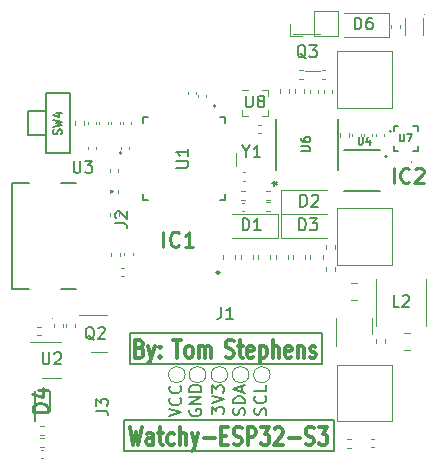
<source format=gbr>
%TF.GenerationSoftware,KiCad,Pcbnew,(6.99.0-1793-ga56955443f)*%
%TF.CreationDate,2022-12-11T18:47:06+00:00*%
%TF.ProjectId,Watchy-MrT-ESP32-S3-V1,57617463-6879-42d4-9d72-542d45535033,rev?*%
%TF.SameCoordinates,Original*%
%TF.FileFunction,Legend,Top*%
%TF.FilePolarity,Positive*%
%FSLAX46Y46*%
G04 Gerber Fmt 4.6, Leading zero omitted, Abs format (unit mm)*
G04 Created by KiCad (PCBNEW (6.99.0-1793-ga56955443f)) date 2022-12-11 18:47:06*
%MOMM*%
%LPD*%
G01*
G04 APERTURE LIST*
%ADD10C,0.200000*%
%ADD11C,0.300000*%
%ADD12C,0.150000*%
%ADD13C,0.254000*%
%ADD14C,0.127000*%
%ADD15C,0.100000*%
%ADD16C,0.250000*%
%ADD17C,0.120000*%
%ADD18C,0.152400*%
G04 APERTURE END LIST*
D10*
X118200000Y-82500000D02*
X134500000Y-82500000D01*
X134500000Y-82500000D02*
X134500000Y-85100000D01*
X134500000Y-85100000D02*
X118200000Y-85100000D01*
X118200000Y-85100000D02*
X118200000Y-82500000D01*
D11*
X119065715Y-83765357D02*
X119237143Y-83836785D01*
X119237143Y-83836785D02*
X119294286Y-83908214D01*
X119294286Y-83908214D02*
X119351429Y-84051071D01*
X119351429Y-84051071D02*
X119351429Y-84265357D01*
X119351429Y-84265357D02*
X119294286Y-84408214D01*
X119294286Y-84408214D02*
X119237143Y-84479642D01*
X119237143Y-84479642D02*
X119122858Y-84551071D01*
X119122858Y-84551071D02*
X118665715Y-84551071D01*
X118665715Y-84551071D02*
X118665715Y-83051071D01*
X118665715Y-83051071D02*
X119065715Y-83051071D01*
X119065715Y-83051071D02*
X119180001Y-83122500D01*
X119180001Y-83122500D02*
X119237143Y-83193928D01*
X119237143Y-83193928D02*
X119294286Y-83336785D01*
X119294286Y-83336785D02*
X119294286Y-83479642D01*
X119294286Y-83479642D02*
X119237143Y-83622500D01*
X119237143Y-83622500D02*
X119180001Y-83693928D01*
X119180001Y-83693928D02*
X119065715Y-83765357D01*
X119065715Y-83765357D02*
X118665715Y-83765357D01*
X119751429Y-83551071D02*
X120037143Y-84551071D01*
X120322858Y-83551071D02*
X120037143Y-84551071D01*
X120037143Y-84551071D02*
X119922858Y-84908214D01*
X119922858Y-84908214D02*
X119865715Y-84979642D01*
X119865715Y-84979642D02*
X119751429Y-85051071D01*
X120780001Y-84408214D02*
X120837144Y-84479642D01*
X120837144Y-84479642D02*
X120780001Y-84551071D01*
X120780001Y-84551071D02*
X120722858Y-84479642D01*
X120722858Y-84479642D02*
X120780001Y-84408214D01*
X120780001Y-84408214D02*
X120780001Y-84551071D01*
X120780001Y-83622500D02*
X120837144Y-83693928D01*
X120837144Y-83693928D02*
X120780001Y-83765357D01*
X120780001Y-83765357D02*
X120722858Y-83693928D01*
X120722858Y-83693928D02*
X120780001Y-83622500D01*
X120780001Y-83622500D02*
X120780001Y-83765357D01*
X121900001Y-83051071D02*
X122585716Y-83051071D01*
X122242858Y-84551071D02*
X122242858Y-83051071D01*
X123157144Y-84551071D02*
X123042859Y-84479642D01*
X123042859Y-84479642D02*
X122985716Y-84408214D01*
X122985716Y-84408214D02*
X122928573Y-84265357D01*
X122928573Y-84265357D02*
X122928573Y-83836785D01*
X122928573Y-83836785D02*
X122985716Y-83693928D01*
X122985716Y-83693928D02*
X123042859Y-83622500D01*
X123042859Y-83622500D02*
X123157144Y-83551071D01*
X123157144Y-83551071D02*
X123328573Y-83551071D01*
X123328573Y-83551071D02*
X123442859Y-83622500D01*
X123442859Y-83622500D02*
X123500002Y-83693928D01*
X123500002Y-83693928D02*
X123557144Y-83836785D01*
X123557144Y-83836785D02*
X123557144Y-84265357D01*
X123557144Y-84265357D02*
X123500002Y-84408214D01*
X123500002Y-84408214D02*
X123442859Y-84479642D01*
X123442859Y-84479642D02*
X123328573Y-84551071D01*
X123328573Y-84551071D02*
X123157144Y-84551071D01*
X124071430Y-84551071D02*
X124071430Y-83551071D01*
X124071430Y-83693928D02*
X124128573Y-83622500D01*
X124128573Y-83622500D02*
X124242858Y-83551071D01*
X124242858Y-83551071D02*
X124414287Y-83551071D01*
X124414287Y-83551071D02*
X124528573Y-83622500D01*
X124528573Y-83622500D02*
X124585716Y-83765357D01*
X124585716Y-83765357D02*
X124585716Y-84551071D01*
X124585716Y-83765357D02*
X124642858Y-83622500D01*
X124642858Y-83622500D02*
X124757144Y-83551071D01*
X124757144Y-83551071D02*
X124928573Y-83551071D01*
X124928573Y-83551071D02*
X125042858Y-83622500D01*
X125042858Y-83622500D02*
X125100001Y-83765357D01*
X125100001Y-83765357D02*
X125100001Y-84551071D01*
X126334287Y-84479642D02*
X126505716Y-84551071D01*
X126505716Y-84551071D02*
X126791430Y-84551071D01*
X126791430Y-84551071D02*
X126905716Y-84479642D01*
X126905716Y-84479642D02*
X126962858Y-84408214D01*
X126962858Y-84408214D02*
X127020001Y-84265357D01*
X127020001Y-84265357D02*
X127020001Y-84122500D01*
X127020001Y-84122500D02*
X126962858Y-83979642D01*
X126962858Y-83979642D02*
X126905716Y-83908214D01*
X126905716Y-83908214D02*
X126791430Y-83836785D01*
X126791430Y-83836785D02*
X126562858Y-83765357D01*
X126562858Y-83765357D02*
X126448573Y-83693928D01*
X126448573Y-83693928D02*
X126391430Y-83622500D01*
X126391430Y-83622500D02*
X126334287Y-83479642D01*
X126334287Y-83479642D02*
X126334287Y-83336785D01*
X126334287Y-83336785D02*
X126391430Y-83193928D01*
X126391430Y-83193928D02*
X126448573Y-83122500D01*
X126448573Y-83122500D02*
X126562858Y-83051071D01*
X126562858Y-83051071D02*
X126848573Y-83051071D01*
X126848573Y-83051071D02*
X127020001Y-83122500D01*
X127362858Y-83551071D02*
X127820001Y-83551071D01*
X127534287Y-83051071D02*
X127534287Y-84336785D01*
X127534287Y-84336785D02*
X127591430Y-84479642D01*
X127591430Y-84479642D02*
X127705715Y-84551071D01*
X127705715Y-84551071D02*
X127820001Y-84551071D01*
X128677144Y-84479642D02*
X128562858Y-84551071D01*
X128562858Y-84551071D02*
X128334287Y-84551071D01*
X128334287Y-84551071D02*
X128220001Y-84479642D01*
X128220001Y-84479642D02*
X128162858Y-84336785D01*
X128162858Y-84336785D02*
X128162858Y-83765357D01*
X128162858Y-83765357D02*
X128220001Y-83622500D01*
X128220001Y-83622500D02*
X128334287Y-83551071D01*
X128334287Y-83551071D02*
X128562858Y-83551071D01*
X128562858Y-83551071D02*
X128677144Y-83622500D01*
X128677144Y-83622500D02*
X128734287Y-83765357D01*
X128734287Y-83765357D02*
X128734287Y-83908214D01*
X128734287Y-83908214D02*
X128162858Y-84051071D01*
X129248572Y-83551071D02*
X129248572Y-85051071D01*
X129248572Y-83622500D02*
X129362858Y-83551071D01*
X129362858Y-83551071D02*
X129591429Y-83551071D01*
X129591429Y-83551071D02*
X129705715Y-83622500D01*
X129705715Y-83622500D02*
X129762858Y-83693928D01*
X129762858Y-83693928D02*
X129820000Y-83836785D01*
X129820000Y-83836785D02*
X129820000Y-84265357D01*
X129820000Y-84265357D02*
X129762858Y-84408214D01*
X129762858Y-84408214D02*
X129705715Y-84479642D01*
X129705715Y-84479642D02*
X129591429Y-84551071D01*
X129591429Y-84551071D02*
X129362858Y-84551071D01*
X129362858Y-84551071D02*
X129248572Y-84479642D01*
X130334286Y-84551071D02*
X130334286Y-83051071D01*
X130848572Y-84551071D02*
X130848572Y-83765357D01*
X130848572Y-83765357D02*
X130791429Y-83622500D01*
X130791429Y-83622500D02*
X130677143Y-83551071D01*
X130677143Y-83551071D02*
X130505714Y-83551071D01*
X130505714Y-83551071D02*
X130391429Y-83622500D01*
X130391429Y-83622500D02*
X130334286Y-83693928D01*
X131877143Y-84479642D02*
X131762857Y-84551071D01*
X131762857Y-84551071D02*
X131534286Y-84551071D01*
X131534286Y-84551071D02*
X131420000Y-84479642D01*
X131420000Y-84479642D02*
X131362857Y-84336785D01*
X131362857Y-84336785D02*
X131362857Y-83765357D01*
X131362857Y-83765357D02*
X131420000Y-83622500D01*
X131420000Y-83622500D02*
X131534286Y-83551071D01*
X131534286Y-83551071D02*
X131762857Y-83551071D01*
X131762857Y-83551071D02*
X131877143Y-83622500D01*
X131877143Y-83622500D02*
X131934286Y-83765357D01*
X131934286Y-83765357D02*
X131934286Y-83908214D01*
X131934286Y-83908214D02*
X131362857Y-84051071D01*
X132448571Y-83551071D02*
X132448571Y-84551071D01*
X132448571Y-83693928D02*
X132505714Y-83622500D01*
X132505714Y-83622500D02*
X132619999Y-83551071D01*
X132619999Y-83551071D02*
X132791428Y-83551071D01*
X132791428Y-83551071D02*
X132905714Y-83622500D01*
X132905714Y-83622500D02*
X132962857Y-83765357D01*
X132962857Y-83765357D02*
X132962857Y-84551071D01*
X133477142Y-84479642D02*
X133591428Y-84551071D01*
X133591428Y-84551071D02*
X133819999Y-84551071D01*
X133819999Y-84551071D02*
X133934285Y-84479642D01*
X133934285Y-84479642D02*
X133991428Y-84336785D01*
X133991428Y-84336785D02*
X133991428Y-84265357D01*
X133991428Y-84265357D02*
X133934285Y-84122500D01*
X133934285Y-84122500D02*
X133819999Y-84051071D01*
X133819999Y-84051071D02*
X133648571Y-84051071D01*
X133648571Y-84051071D02*
X133534285Y-83979642D01*
X133534285Y-83979642D02*
X133477142Y-83836785D01*
X133477142Y-83836785D02*
X133477142Y-83765357D01*
X133477142Y-83765357D02*
X133534285Y-83622500D01*
X133534285Y-83622500D02*
X133648571Y-83551071D01*
X133648571Y-83551071D02*
X133819999Y-83551071D01*
X133819999Y-83551071D02*
X133934285Y-83622500D01*
D10*
X117700000Y-89800000D02*
X135500000Y-89800000D01*
X135500000Y-89800000D02*
X135500000Y-92500000D01*
X135500000Y-92500000D02*
X117700000Y-92500000D01*
X117700000Y-92500000D02*
X117700000Y-89800000D01*
D11*
X118200001Y-90451071D02*
X118485715Y-91951071D01*
X118485715Y-91951071D02*
X118714287Y-90879642D01*
X118714287Y-90879642D02*
X118942858Y-91951071D01*
X118942858Y-91951071D02*
X119228573Y-90451071D01*
X120200002Y-91951071D02*
X120200002Y-91165357D01*
X120200002Y-91165357D02*
X120142859Y-91022500D01*
X120142859Y-91022500D02*
X120028573Y-90951071D01*
X120028573Y-90951071D02*
X119800002Y-90951071D01*
X119800002Y-90951071D02*
X119685716Y-91022500D01*
X120200002Y-91879642D02*
X120085716Y-91951071D01*
X120085716Y-91951071D02*
X119800002Y-91951071D01*
X119800002Y-91951071D02*
X119685716Y-91879642D01*
X119685716Y-91879642D02*
X119628573Y-91736785D01*
X119628573Y-91736785D02*
X119628573Y-91593928D01*
X119628573Y-91593928D02*
X119685716Y-91451071D01*
X119685716Y-91451071D02*
X119800002Y-91379642D01*
X119800002Y-91379642D02*
X120085716Y-91379642D01*
X120085716Y-91379642D02*
X120200002Y-91308214D01*
X120600001Y-90951071D02*
X121057144Y-90951071D01*
X120771430Y-90451071D02*
X120771430Y-91736785D01*
X120771430Y-91736785D02*
X120828573Y-91879642D01*
X120828573Y-91879642D02*
X120942858Y-91951071D01*
X120942858Y-91951071D02*
X121057144Y-91951071D01*
X121971430Y-91879642D02*
X121857144Y-91951071D01*
X121857144Y-91951071D02*
X121628572Y-91951071D01*
X121628572Y-91951071D02*
X121514287Y-91879642D01*
X121514287Y-91879642D02*
X121457144Y-91808214D01*
X121457144Y-91808214D02*
X121400001Y-91665357D01*
X121400001Y-91665357D02*
X121400001Y-91236785D01*
X121400001Y-91236785D02*
X121457144Y-91093928D01*
X121457144Y-91093928D02*
X121514287Y-91022500D01*
X121514287Y-91022500D02*
X121628572Y-90951071D01*
X121628572Y-90951071D02*
X121857144Y-90951071D01*
X121857144Y-90951071D02*
X121971430Y-91022500D01*
X122485715Y-91951071D02*
X122485715Y-90451071D01*
X123000001Y-91951071D02*
X123000001Y-91165357D01*
X123000001Y-91165357D02*
X122942858Y-91022500D01*
X122942858Y-91022500D02*
X122828572Y-90951071D01*
X122828572Y-90951071D02*
X122657143Y-90951071D01*
X122657143Y-90951071D02*
X122542858Y-91022500D01*
X122542858Y-91022500D02*
X122485715Y-91093928D01*
X123457143Y-90951071D02*
X123742857Y-91951071D01*
X124028572Y-90951071D02*
X123742857Y-91951071D01*
X123742857Y-91951071D02*
X123628572Y-92308214D01*
X123628572Y-92308214D02*
X123571429Y-92379642D01*
X123571429Y-92379642D02*
X123457143Y-92451071D01*
X124485715Y-91379642D02*
X125400001Y-91379642D01*
X125971429Y-91165357D02*
X126371429Y-91165357D01*
X126542857Y-91951071D02*
X125971429Y-91951071D01*
X125971429Y-91951071D02*
X125971429Y-90451071D01*
X125971429Y-90451071D02*
X126542857Y-90451071D01*
X127000000Y-91879642D02*
X127171429Y-91951071D01*
X127171429Y-91951071D02*
X127457143Y-91951071D01*
X127457143Y-91951071D02*
X127571429Y-91879642D01*
X127571429Y-91879642D02*
X127628571Y-91808214D01*
X127628571Y-91808214D02*
X127685714Y-91665357D01*
X127685714Y-91665357D02*
X127685714Y-91522500D01*
X127685714Y-91522500D02*
X127628571Y-91379642D01*
X127628571Y-91379642D02*
X127571429Y-91308214D01*
X127571429Y-91308214D02*
X127457143Y-91236785D01*
X127457143Y-91236785D02*
X127228571Y-91165357D01*
X127228571Y-91165357D02*
X127114286Y-91093928D01*
X127114286Y-91093928D02*
X127057143Y-91022500D01*
X127057143Y-91022500D02*
X127000000Y-90879642D01*
X127000000Y-90879642D02*
X127000000Y-90736785D01*
X127000000Y-90736785D02*
X127057143Y-90593928D01*
X127057143Y-90593928D02*
X127114286Y-90522500D01*
X127114286Y-90522500D02*
X127228571Y-90451071D01*
X127228571Y-90451071D02*
X127514286Y-90451071D01*
X127514286Y-90451071D02*
X127685714Y-90522500D01*
X128200000Y-91951071D02*
X128200000Y-90451071D01*
X128200000Y-90451071D02*
X128657143Y-90451071D01*
X128657143Y-90451071D02*
X128771428Y-90522500D01*
X128771428Y-90522500D02*
X128828571Y-90593928D01*
X128828571Y-90593928D02*
X128885714Y-90736785D01*
X128885714Y-90736785D02*
X128885714Y-90951071D01*
X128885714Y-90951071D02*
X128828571Y-91093928D01*
X128828571Y-91093928D02*
X128771428Y-91165357D01*
X128771428Y-91165357D02*
X128657143Y-91236785D01*
X128657143Y-91236785D02*
X128200000Y-91236785D01*
X129285714Y-90451071D02*
X130028571Y-90451071D01*
X130028571Y-90451071D02*
X129628571Y-91022500D01*
X129628571Y-91022500D02*
X129800000Y-91022500D01*
X129800000Y-91022500D02*
X129914286Y-91093928D01*
X129914286Y-91093928D02*
X129971428Y-91165357D01*
X129971428Y-91165357D02*
X130028571Y-91308214D01*
X130028571Y-91308214D02*
X130028571Y-91665357D01*
X130028571Y-91665357D02*
X129971428Y-91808214D01*
X129971428Y-91808214D02*
X129914286Y-91879642D01*
X129914286Y-91879642D02*
X129800000Y-91951071D01*
X129800000Y-91951071D02*
X129457143Y-91951071D01*
X129457143Y-91951071D02*
X129342857Y-91879642D01*
X129342857Y-91879642D02*
X129285714Y-91808214D01*
X130485714Y-90593928D02*
X130542857Y-90522500D01*
X130542857Y-90522500D02*
X130657143Y-90451071D01*
X130657143Y-90451071D02*
X130942857Y-90451071D01*
X130942857Y-90451071D02*
X131057143Y-90522500D01*
X131057143Y-90522500D02*
X131114285Y-90593928D01*
X131114285Y-90593928D02*
X131171428Y-90736785D01*
X131171428Y-90736785D02*
X131171428Y-90879642D01*
X131171428Y-90879642D02*
X131114285Y-91093928D01*
X131114285Y-91093928D02*
X130428571Y-91951071D01*
X130428571Y-91951071D02*
X131171428Y-91951071D01*
X131685714Y-91379642D02*
X132600000Y-91379642D01*
X133114285Y-91879642D02*
X133285714Y-91951071D01*
X133285714Y-91951071D02*
X133571428Y-91951071D01*
X133571428Y-91951071D02*
X133685714Y-91879642D01*
X133685714Y-91879642D02*
X133742856Y-91808214D01*
X133742856Y-91808214D02*
X133799999Y-91665357D01*
X133799999Y-91665357D02*
X133799999Y-91522500D01*
X133799999Y-91522500D02*
X133742856Y-91379642D01*
X133742856Y-91379642D02*
X133685714Y-91308214D01*
X133685714Y-91308214D02*
X133571428Y-91236785D01*
X133571428Y-91236785D02*
X133342856Y-91165357D01*
X133342856Y-91165357D02*
X133228571Y-91093928D01*
X133228571Y-91093928D02*
X133171428Y-91022500D01*
X133171428Y-91022500D02*
X133114285Y-90879642D01*
X133114285Y-90879642D02*
X133114285Y-90736785D01*
X133114285Y-90736785D02*
X133171428Y-90593928D01*
X133171428Y-90593928D02*
X133228571Y-90522500D01*
X133228571Y-90522500D02*
X133342856Y-90451071D01*
X133342856Y-90451071D02*
X133628571Y-90451071D01*
X133628571Y-90451071D02*
X133799999Y-90522500D01*
X134199999Y-90451071D02*
X134942856Y-90451071D01*
X134942856Y-90451071D02*
X134542856Y-91022500D01*
X134542856Y-91022500D02*
X134714285Y-91022500D01*
X134714285Y-91022500D02*
X134828571Y-91093928D01*
X134828571Y-91093928D02*
X134885713Y-91165357D01*
X134885713Y-91165357D02*
X134942856Y-91308214D01*
X134942856Y-91308214D02*
X134942856Y-91665357D01*
X134942856Y-91665357D02*
X134885713Y-91808214D01*
X134885713Y-91808214D02*
X134828571Y-91879642D01*
X134828571Y-91879642D02*
X134714285Y-91951071D01*
X134714285Y-91951071D02*
X134371428Y-91951071D01*
X134371428Y-91951071D02*
X134257142Y-91879642D01*
X134257142Y-91879642D02*
X134199999Y-91808214D01*
D12*
%TO.C,U3*%
X113463095Y-67902380D02*
X113463095Y-68711904D01*
X113463095Y-68711904D02*
X113510714Y-68807142D01*
X113510714Y-68807142D02*
X113558333Y-68854761D01*
X113558333Y-68854761D02*
X113653571Y-68902380D01*
X113653571Y-68902380D02*
X113844047Y-68902380D01*
X113844047Y-68902380D02*
X113939285Y-68854761D01*
X113939285Y-68854761D02*
X113986904Y-68807142D01*
X113986904Y-68807142D02*
X114034523Y-68711904D01*
X114034523Y-68711904D02*
X114034523Y-67902380D01*
X114415476Y-67902380D02*
X115034523Y-67902380D01*
X115034523Y-67902380D02*
X114701190Y-68283333D01*
X114701190Y-68283333D02*
X114844047Y-68283333D01*
X114844047Y-68283333D02*
X114939285Y-68330952D01*
X114939285Y-68330952D02*
X114986904Y-68378571D01*
X114986904Y-68378571D02*
X115034523Y-68473809D01*
X115034523Y-68473809D02*
X115034523Y-68711904D01*
X115034523Y-68711904D02*
X114986904Y-68807142D01*
X114986904Y-68807142D02*
X114939285Y-68854761D01*
X114939285Y-68854761D02*
X114844047Y-68902380D01*
X114844047Y-68902380D02*
X114558333Y-68902380D01*
X114558333Y-68902380D02*
X114463095Y-68854761D01*
X114463095Y-68854761D02*
X114415476Y-68807142D01*
%TO.C,U4*%
X137585060Y-65901500D02*
X137585060Y-66411436D01*
X137585060Y-66411436D02*
X137615056Y-66471429D01*
X137615056Y-66471429D02*
X137645052Y-66501425D01*
X137645052Y-66501425D02*
X137705045Y-66531421D01*
X137705045Y-66531421D02*
X137825030Y-66531421D01*
X137825030Y-66531421D02*
X137885022Y-66501425D01*
X137885022Y-66501425D02*
X137915018Y-66471429D01*
X137915018Y-66471429D02*
X137945015Y-66411436D01*
X137945015Y-66411436D02*
X137945015Y-65901500D01*
X138514943Y-66111474D02*
X138514943Y-66531421D01*
X138364962Y-65871504D02*
X138214980Y-66321448D01*
X138214980Y-66321448D02*
X138604932Y-66321448D01*
%TO.C,J2*%
X116992380Y-73178333D02*
X117706666Y-73178333D01*
X117706666Y-73178333D02*
X117849523Y-73225952D01*
X117849523Y-73225952D02*
X117944761Y-73321190D01*
X117944761Y-73321190D02*
X117992380Y-73464047D01*
X117992380Y-73464047D02*
X117992380Y-73559285D01*
X117087619Y-72749761D02*
X117040000Y-72702142D01*
X117040000Y-72702142D02*
X116992380Y-72606904D01*
X116992380Y-72606904D02*
X116992380Y-72368809D01*
X116992380Y-72368809D02*
X117040000Y-72273571D01*
X117040000Y-72273571D02*
X117087619Y-72225952D01*
X117087619Y-72225952D02*
X117182857Y-72178333D01*
X117182857Y-72178333D02*
X117278095Y-72178333D01*
X117278095Y-72178333D02*
X117420952Y-72225952D01*
X117420952Y-72225952D02*
X117992380Y-72797380D01*
X117992380Y-72797380D02*
X117992380Y-72178333D01*
D13*
%TO.C,IC2*%
X140560237Y-69766573D02*
X140560237Y-68496573D01*
X141890714Y-69645621D02*
X141830238Y-69706097D01*
X141830238Y-69706097D02*
X141648809Y-69766573D01*
X141648809Y-69766573D02*
X141527857Y-69766573D01*
X141527857Y-69766573D02*
X141346428Y-69706097D01*
X141346428Y-69706097D02*
X141225476Y-69585145D01*
X141225476Y-69585145D02*
X141164999Y-69464192D01*
X141164999Y-69464192D02*
X141104523Y-69222288D01*
X141104523Y-69222288D02*
X141104523Y-69040859D01*
X141104523Y-69040859D02*
X141164999Y-68798954D01*
X141164999Y-68798954D02*
X141225476Y-68678002D01*
X141225476Y-68678002D02*
X141346428Y-68557050D01*
X141346428Y-68557050D02*
X141527857Y-68496573D01*
X141527857Y-68496573D02*
X141648809Y-68496573D01*
X141648809Y-68496573D02*
X141830238Y-68557050D01*
X141830238Y-68557050D02*
X141890714Y-68617526D01*
X142374523Y-68617526D02*
X142434999Y-68557050D01*
X142434999Y-68557050D02*
X142555952Y-68496573D01*
X142555952Y-68496573D02*
X142858333Y-68496573D01*
X142858333Y-68496573D02*
X142979285Y-68557050D01*
X142979285Y-68557050D02*
X143039761Y-68617526D01*
X143039761Y-68617526D02*
X143100238Y-68738478D01*
X143100238Y-68738478D02*
X143100238Y-68859430D01*
X143100238Y-68859430D02*
X143039761Y-69040859D01*
X143039761Y-69040859D02*
X142314047Y-69766573D01*
X142314047Y-69766573D02*
X143100238Y-69766573D01*
%TO.C,IC1*%
X121060237Y-75166573D02*
X121060237Y-73896573D01*
X122390714Y-75045621D02*
X122330238Y-75106097D01*
X122330238Y-75106097D02*
X122148809Y-75166573D01*
X122148809Y-75166573D02*
X122027857Y-75166573D01*
X122027857Y-75166573D02*
X121846428Y-75106097D01*
X121846428Y-75106097D02*
X121725476Y-74985145D01*
X121725476Y-74985145D02*
X121664999Y-74864192D01*
X121664999Y-74864192D02*
X121604523Y-74622288D01*
X121604523Y-74622288D02*
X121604523Y-74440859D01*
X121604523Y-74440859D02*
X121664999Y-74198954D01*
X121664999Y-74198954D02*
X121725476Y-74078002D01*
X121725476Y-74078002D02*
X121846428Y-73957050D01*
X121846428Y-73957050D02*
X122027857Y-73896573D01*
X122027857Y-73896573D02*
X122148809Y-73896573D01*
X122148809Y-73896573D02*
X122330238Y-73957050D01*
X122330238Y-73957050D02*
X122390714Y-74017526D01*
X123600238Y-75166573D02*
X122874523Y-75166573D01*
X123237380Y-75166573D02*
X123237380Y-73896573D01*
X123237380Y-73896573D02*
X123116428Y-74078002D01*
X123116428Y-74078002D02*
X122995476Y-74198954D01*
X122995476Y-74198954D02*
X122874523Y-74259430D01*
%TO.C,D4*%
X111266573Y-89137381D02*
X109996573Y-89137381D01*
X109996573Y-89137381D02*
X109996573Y-88835000D01*
X109996573Y-88835000D02*
X110057050Y-88653571D01*
X110057050Y-88653571D02*
X110178002Y-88532619D01*
X110178002Y-88532619D02*
X110298954Y-88472142D01*
X110298954Y-88472142D02*
X110540859Y-88411666D01*
X110540859Y-88411666D02*
X110722288Y-88411666D01*
X110722288Y-88411666D02*
X110964192Y-88472142D01*
X110964192Y-88472142D02*
X111085145Y-88532619D01*
X111085145Y-88532619D02*
X111206097Y-88653571D01*
X111206097Y-88653571D02*
X111266573Y-88835000D01*
X111266573Y-88835000D02*
X111266573Y-89137381D01*
X110419907Y-87323095D02*
X111266573Y-87323095D01*
X109936097Y-87625476D02*
X110843240Y-87927857D01*
X110843240Y-87927857D02*
X110843240Y-87141666D01*
D12*
%TO.C,Q3*%
X133139761Y-59212619D02*
X133044523Y-59165000D01*
X133044523Y-59165000D02*
X132949285Y-59069761D01*
X132949285Y-59069761D02*
X132806428Y-58926904D01*
X132806428Y-58926904D02*
X132711190Y-58879285D01*
X132711190Y-58879285D02*
X132615952Y-58879285D01*
X132663571Y-59117380D02*
X132568333Y-59069761D01*
X132568333Y-59069761D02*
X132473095Y-58974523D01*
X132473095Y-58974523D02*
X132425476Y-58784047D01*
X132425476Y-58784047D02*
X132425476Y-58450714D01*
X132425476Y-58450714D02*
X132473095Y-58260238D01*
X132473095Y-58260238D02*
X132568333Y-58165000D01*
X132568333Y-58165000D02*
X132663571Y-58117380D01*
X132663571Y-58117380D02*
X132854047Y-58117380D01*
X132854047Y-58117380D02*
X132949285Y-58165000D01*
X132949285Y-58165000D02*
X133044523Y-58260238D01*
X133044523Y-58260238D02*
X133092142Y-58450714D01*
X133092142Y-58450714D02*
X133092142Y-58784047D01*
X133092142Y-58784047D02*
X133044523Y-58974523D01*
X133044523Y-58974523D02*
X132949285Y-59069761D01*
X132949285Y-59069761D02*
X132854047Y-59117380D01*
X132854047Y-59117380D02*
X132663571Y-59117380D01*
X133425476Y-58117380D02*
X134044523Y-58117380D01*
X134044523Y-58117380D02*
X133711190Y-58498333D01*
X133711190Y-58498333D02*
X133854047Y-58498333D01*
X133854047Y-58498333D02*
X133949285Y-58545952D01*
X133949285Y-58545952D02*
X133996904Y-58593571D01*
X133996904Y-58593571D02*
X134044523Y-58688809D01*
X134044523Y-58688809D02*
X134044523Y-58926904D01*
X134044523Y-58926904D02*
X133996904Y-59022142D01*
X133996904Y-59022142D02*
X133949285Y-59069761D01*
X133949285Y-59069761D02*
X133854047Y-59117380D01*
X133854047Y-59117380D02*
X133568333Y-59117380D01*
X133568333Y-59117380D02*
X133473095Y-59069761D01*
X133473095Y-59069761D02*
X133425476Y-59022142D01*
%TO.C,D6*%
X137261905Y-56767380D02*
X137261905Y-55767380D01*
X137261905Y-55767380D02*
X137500000Y-55767380D01*
X137500000Y-55767380D02*
X137642857Y-55815000D01*
X137642857Y-55815000D02*
X137738095Y-55910238D01*
X137738095Y-55910238D02*
X137785714Y-56005476D01*
X137785714Y-56005476D02*
X137833333Y-56195952D01*
X137833333Y-56195952D02*
X137833333Y-56338809D01*
X137833333Y-56338809D02*
X137785714Y-56529285D01*
X137785714Y-56529285D02*
X137738095Y-56624523D01*
X137738095Y-56624523D02*
X137642857Y-56719761D01*
X137642857Y-56719761D02*
X137500000Y-56767380D01*
X137500000Y-56767380D02*
X137261905Y-56767380D01*
X138690476Y-55767380D02*
X138500000Y-55767380D01*
X138500000Y-55767380D02*
X138404762Y-55815000D01*
X138404762Y-55815000D02*
X138357143Y-55862619D01*
X138357143Y-55862619D02*
X138261905Y-56005476D01*
X138261905Y-56005476D02*
X138214286Y-56195952D01*
X138214286Y-56195952D02*
X138214286Y-56576904D01*
X138214286Y-56576904D02*
X138261905Y-56672142D01*
X138261905Y-56672142D02*
X138309524Y-56719761D01*
X138309524Y-56719761D02*
X138404762Y-56767380D01*
X138404762Y-56767380D02*
X138595238Y-56767380D01*
X138595238Y-56767380D02*
X138690476Y-56719761D01*
X138690476Y-56719761D02*
X138738095Y-56672142D01*
X138738095Y-56672142D02*
X138785714Y-56576904D01*
X138785714Y-56576904D02*
X138785714Y-56338809D01*
X138785714Y-56338809D02*
X138738095Y-56243571D01*
X138738095Y-56243571D02*
X138690476Y-56195952D01*
X138690476Y-56195952D02*
X138595238Y-56148333D01*
X138595238Y-56148333D02*
X138404762Y-56148333D01*
X138404762Y-56148333D02*
X138309524Y-56195952D01*
X138309524Y-56195952D02*
X138261905Y-56243571D01*
X138261905Y-56243571D02*
X138214286Y-56338809D01*
%TO.C,J3*%
X115367380Y-89033333D02*
X116081666Y-89033333D01*
X116081666Y-89033333D02*
X116224523Y-89080952D01*
X116224523Y-89080952D02*
X116319761Y-89176190D01*
X116319761Y-89176190D02*
X116367380Y-89319047D01*
X116367380Y-89319047D02*
X116367380Y-89414285D01*
X115367380Y-88652380D02*
X115367380Y-88033333D01*
X115367380Y-88033333D02*
X115748333Y-88366666D01*
X115748333Y-88366666D02*
X115748333Y-88223809D01*
X115748333Y-88223809D02*
X115795952Y-88128571D01*
X115795952Y-88128571D02*
X115843571Y-88080952D01*
X115843571Y-88080952D02*
X115938809Y-88033333D01*
X115938809Y-88033333D02*
X116176904Y-88033333D01*
X116176904Y-88033333D02*
X116272142Y-88080952D01*
X116272142Y-88080952D02*
X116319761Y-88128571D01*
X116319761Y-88128571D02*
X116367380Y-88223809D01*
X116367380Y-88223809D02*
X116367380Y-88509523D01*
X116367380Y-88509523D02*
X116319761Y-88604761D01*
X116319761Y-88604761D02*
X116272142Y-88652380D01*
%TO.C,Q2*%
X115204761Y-83062619D02*
X115109523Y-83015000D01*
X115109523Y-83015000D02*
X115014285Y-82919761D01*
X115014285Y-82919761D02*
X114871428Y-82776904D01*
X114871428Y-82776904D02*
X114776190Y-82729285D01*
X114776190Y-82729285D02*
X114680952Y-82729285D01*
X114728571Y-82967380D02*
X114633333Y-82919761D01*
X114633333Y-82919761D02*
X114538095Y-82824523D01*
X114538095Y-82824523D02*
X114490476Y-82634047D01*
X114490476Y-82634047D02*
X114490476Y-82300714D01*
X114490476Y-82300714D02*
X114538095Y-82110238D01*
X114538095Y-82110238D02*
X114633333Y-82015000D01*
X114633333Y-82015000D02*
X114728571Y-81967380D01*
X114728571Y-81967380D02*
X114919047Y-81967380D01*
X114919047Y-81967380D02*
X115014285Y-82015000D01*
X115014285Y-82015000D02*
X115109523Y-82110238D01*
X115109523Y-82110238D02*
X115157142Y-82300714D01*
X115157142Y-82300714D02*
X115157142Y-82634047D01*
X115157142Y-82634047D02*
X115109523Y-82824523D01*
X115109523Y-82824523D02*
X115014285Y-82919761D01*
X115014285Y-82919761D02*
X114919047Y-82967380D01*
X114919047Y-82967380D02*
X114728571Y-82967380D01*
X115538095Y-82062619D02*
X115585714Y-82015000D01*
X115585714Y-82015000D02*
X115680952Y-81967380D01*
X115680952Y-81967380D02*
X115919047Y-81967380D01*
X115919047Y-81967380D02*
X116014285Y-82015000D01*
X116014285Y-82015000D02*
X116061904Y-82062619D01*
X116061904Y-82062619D02*
X116109523Y-82157857D01*
X116109523Y-82157857D02*
X116109523Y-82253095D01*
X116109523Y-82253095D02*
X116061904Y-82395952D01*
X116061904Y-82395952D02*
X115490476Y-82967380D01*
X115490476Y-82967380D02*
X116109523Y-82967380D01*
%TO.C,U6*%
X132701874Y-67099925D02*
X133339295Y-67099925D01*
X133339295Y-67099925D02*
X133414286Y-67062430D01*
X133414286Y-67062430D02*
X133451781Y-67024934D01*
X133451781Y-67024934D02*
X133489276Y-66949944D01*
X133489276Y-66949944D02*
X133489276Y-66799962D01*
X133489276Y-66799962D02*
X133451781Y-66724972D01*
X133451781Y-66724972D02*
X133414286Y-66687476D01*
X133414286Y-66687476D02*
X133339295Y-66649981D01*
X133339295Y-66649981D02*
X132701874Y-66649981D01*
X132701874Y-65937570D02*
X132701874Y-66087551D01*
X132701874Y-66087551D02*
X132739370Y-66162542D01*
X132739370Y-66162542D02*
X132776865Y-66200037D01*
X132776865Y-66200037D02*
X132889351Y-66275028D01*
X132889351Y-66275028D02*
X133039332Y-66312523D01*
X133039332Y-66312523D02*
X133339295Y-66312523D01*
X133339295Y-66312523D02*
X133414286Y-66275028D01*
X133414286Y-66275028D02*
X133451781Y-66237533D01*
X133451781Y-66237533D02*
X133489276Y-66162542D01*
X133489276Y-66162542D02*
X133489276Y-66012561D01*
X133489276Y-66012561D02*
X133451781Y-65937570D01*
X133451781Y-65937570D02*
X133414286Y-65900075D01*
X133414286Y-65900075D02*
X133339295Y-65862579D01*
X133339295Y-65862579D02*
X133151818Y-65862579D01*
X133151818Y-65862579D02*
X133076828Y-65900075D01*
X133076828Y-65900075D02*
X133039332Y-65937570D01*
X133039332Y-65937570D02*
X133001837Y-66012561D01*
X133001837Y-66012561D02*
X133001837Y-66162542D01*
X133001837Y-66162542D02*
X133039332Y-66237533D01*
X133039332Y-66237533D02*
X133076828Y-66275028D01*
X133076828Y-66275028D02*
X133151818Y-66312523D01*
X130255980Y-69801999D02*
X130494076Y-69801999D01*
X130398838Y-70040094D02*
X130494076Y-69801999D01*
X130494076Y-69801999D02*
X130398838Y-69563904D01*
X130684552Y-69944856D02*
X130494076Y-69801999D01*
X130494076Y-69801999D02*
X130684552Y-69659142D01*
%TO.C,U7*%
X141062380Y-65595123D02*
X141062380Y-66113219D01*
X141062380Y-66113219D02*
X141092857Y-66174171D01*
X141092857Y-66174171D02*
X141123333Y-66204647D01*
X141123333Y-66204647D02*
X141184285Y-66235123D01*
X141184285Y-66235123D02*
X141306190Y-66235123D01*
X141306190Y-66235123D02*
X141367142Y-66204647D01*
X141367142Y-66204647D02*
X141397619Y-66174171D01*
X141397619Y-66174171D02*
X141428095Y-66113219D01*
X141428095Y-66113219D02*
X141428095Y-65595123D01*
X141671904Y-65595123D02*
X142098571Y-65595123D01*
X142098571Y-65595123D02*
X141824285Y-66235123D01*
%TO.C,U8*%
X128038095Y-62367380D02*
X128038095Y-63176904D01*
X128038095Y-63176904D02*
X128085714Y-63272142D01*
X128085714Y-63272142D02*
X128133333Y-63319761D01*
X128133333Y-63319761D02*
X128228571Y-63367380D01*
X128228571Y-63367380D02*
X128419047Y-63367380D01*
X128419047Y-63367380D02*
X128514285Y-63319761D01*
X128514285Y-63319761D02*
X128561904Y-63272142D01*
X128561904Y-63272142D02*
X128609523Y-63176904D01*
X128609523Y-63176904D02*
X128609523Y-62367380D01*
X129228571Y-62795952D02*
X129133333Y-62748333D01*
X129133333Y-62748333D02*
X129085714Y-62700714D01*
X129085714Y-62700714D02*
X129038095Y-62605476D01*
X129038095Y-62605476D02*
X129038095Y-62557857D01*
X129038095Y-62557857D02*
X129085714Y-62462619D01*
X129085714Y-62462619D02*
X129133333Y-62415000D01*
X129133333Y-62415000D02*
X129228571Y-62367380D01*
X129228571Y-62367380D02*
X129419047Y-62367380D01*
X129419047Y-62367380D02*
X129514285Y-62415000D01*
X129514285Y-62415000D02*
X129561904Y-62462619D01*
X129561904Y-62462619D02*
X129609523Y-62557857D01*
X129609523Y-62557857D02*
X129609523Y-62605476D01*
X129609523Y-62605476D02*
X129561904Y-62700714D01*
X129561904Y-62700714D02*
X129514285Y-62748333D01*
X129514285Y-62748333D02*
X129419047Y-62795952D01*
X129419047Y-62795952D02*
X129228571Y-62795952D01*
X129228571Y-62795952D02*
X129133333Y-62843571D01*
X129133333Y-62843571D02*
X129085714Y-62891190D01*
X129085714Y-62891190D02*
X129038095Y-62986428D01*
X129038095Y-62986428D02*
X129038095Y-63176904D01*
X129038095Y-63176904D02*
X129085714Y-63272142D01*
X129085714Y-63272142D02*
X129133333Y-63319761D01*
X129133333Y-63319761D02*
X129228571Y-63367380D01*
X129228571Y-63367380D02*
X129419047Y-63367380D01*
X129419047Y-63367380D02*
X129514285Y-63319761D01*
X129514285Y-63319761D02*
X129561904Y-63272142D01*
X129561904Y-63272142D02*
X129609523Y-63176904D01*
X129609523Y-63176904D02*
X129609523Y-62986428D01*
X129609523Y-62986428D02*
X129561904Y-62891190D01*
X129561904Y-62891190D02*
X129514285Y-62843571D01*
X129514285Y-62843571D02*
X129419047Y-62795952D01*
%TO.C,J1*%
X125966666Y-80267380D02*
X125966666Y-80981666D01*
X125966666Y-80981666D02*
X125919047Y-81124523D01*
X125919047Y-81124523D02*
X125823809Y-81219761D01*
X125823809Y-81219761D02*
X125680952Y-81267380D01*
X125680952Y-81267380D02*
X125585714Y-81267380D01*
X126966666Y-81267380D02*
X126395238Y-81267380D01*
X126680952Y-81267380D02*
X126680952Y-80267380D01*
X126680952Y-80267380D02*
X126585714Y-80410238D01*
X126585714Y-80410238D02*
X126490476Y-80505476D01*
X126490476Y-80505476D02*
X126395238Y-80553095D01*
%TO.C,U2*%
X110838095Y-84117380D02*
X110838095Y-84926904D01*
X110838095Y-84926904D02*
X110885714Y-85022142D01*
X110885714Y-85022142D02*
X110933333Y-85069761D01*
X110933333Y-85069761D02*
X111028571Y-85117380D01*
X111028571Y-85117380D02*
X111219047Y-85117380D01*
X111219047Y-85117380D02*
X111314285Y-85069761D01*
X111314285Y-85069761D02*
X111361904Y-85022142D01*
X111361904Y-85022142D02*
X111409523Y-84926904D01*
X111409523Y-84926904D02*
X111409523Y-84117380D01*
X111838095Y-84212619D02*
X111885714Y-84165000D01*
X111885714Y-84165000D02*
X111980952Y-84117380D01*
X111980952Y-84117380D02*
X112219047Y-84117380D01*
X112219047Y-84117380D02*
X112314285Y-84165000D01*
X112314285Y-84165000D02*
X112361904Y-84212619D01*
X112361904Y-84212619D02*
X112409523Y-84307857D01*
X112409523Y-84307857D02*
X112409523Y-84403095D01*
X112409523Y-84403095D02*
X112361904Y-84545952D01*
X112361904Y-84545952D02*
X111790476Y-85117380D01*
X111790476Y-85117380D02*
X112409523Y-85117380D01*
%TO.C,U1*%
X122167380Y-68461904D02*
X122976904Y-68461904D01*
X122976904Y-68461904D02*
X123072142Y-68414285D01*
X123072142Y-68414285D02*
X123119761Y-68366666D01*
X123119761Y-68366666D02*
X123167380Y-68271428D01*
X123167380Y-68271428D02*
X123167380Y-68080952D01*
X123167380Y-68080952D02*
X123119761Y-67985714D01*
X123119761Y-67985714D02*
X123072142Y-67938095D01*
X123072142Y-67938095D02*
X122976904Y-67890476D01*
X122976904Y-67890476D02*
X122167380Y-67890476D01*
X123167380Y-66890476D02*
X123167380Y-67461904D01*
X123167380Y-67176190D02*
X122167380Y-67176190D01*
X122167380Y-67176190D02*
X122310238Y-67271428D01*
X122310238Y-67271428D02*
X122405476Y-67366666D01*
X122405476Y-67366666D02*
X122453095Y-67461904D01*
%TO.C,D2*%
X132661905Y-71767380D02*
X132661905Y-70767380D01*
X132661905Y-70767380D02*
X132900000Y-70767380D01*
X132900000Y-70767380D02*
X133042857Y-70815000D01*
X133042857Y-70815000D02*
X133138095Y-70910238D01*
X133138095Y-70910238D02*
X133185714Y-71005476D01*
X133185714Y-71005476D02*
X133233333Y-71195952D01*
X133233333Y-71195952D02*
X133233333Y-71338809D01*
X133233333Y-71338809D02*
X133185714Y-71529285D01*
X133185714Y-71529285D02*
X133138095Y-71624523D01*
X133138095Y-71624523D02*
X133042857Y-71719761D01*
X133042857Y-71719761D02*
X132900000Y-71767380D01*
X132900000Y-71767380D02*
X132661905Y-71767380D01*
X133614286Y-70862619D02*
X133661905Y-70815000D01*
X133661905Y-70815000D02*
X133757143Y-70767380D01*
X133757143Y-70767380D02*
X133995238Y-70767380D01*
X133995238Y-70767380D02*
X134090476Y-70815000D01*
X134090476Y-70815000D02*
X134138095Y-70862619D01*
X134138095Y-70862619D02*
X134185714Y-70957857D01*
X134185714Y-70957857D02*
X134185714Y-71053095D01*
X134185714Y-71053095D02*
X134138095Y-71195952D01*
X134138095Y-71195952D02*
X133566667Y-71767380D01*
X133566667Y-71767380D02*
X134185714Y-71767380D01*
%TO.C,GND*%
X123315000Y-88961904D02*
X123267380Y-89057142D01*
X123267380Y-89057142D02*
X123267380Y-89199999D01*
X123267380Y-89199999D02*
X123315000Y-89342856D01*
X123315000Y-89342856D02*
X123410238Y-89438094D01*
X123410238Y-89438094D02*
X123505476Y-89485713D01*
X123505476Y-89485713D02*
X123695952Y-89533332D01*
X123695952Y-89533332D02*
X123838809Y-89533332D01*
X123838809Y-89533332D02*
X124029285Y-89485713D01*
X124029285Y-89485713D02*
X124124523Y-89438094D01*
X124124523Y-89438094D02*
X124219761Y-89342856D01*
X124219761Y-89342856D02*
X124267380Y-89199999D01*
X124267380Y-89199999D02*
X124267380Y-89104761D01*
X124267380Y-89104761D02*
X124219761Y-88961904D01*
X124219761Y-88961904D02*
X124172142Y-88914285D01*
X124172142Y-88914285D02*
X123838809Y-88914285D01*
X123838809Y-88914285D02*
X123838809Y-89104761D01*
X124267380Y-88485713D02*
X123267380Y-88485713D01*
X123267380Y-88485713D02*
X124267380Y-87914285D01*
X124267380Y-87914285D02*
X123267380Y-87914285D01*
X124267380Y-87438094D02*
X123267380Y-87438094D01*
X123267380Y-87438094D02*
X123267380Y-87199999D01*
X123267380Y-87199999D02*
X123315000Y-87057142D01*
X123315000Y-87057142D02*
X123410238Y-86961904D01*
X123410238Y-86961904D02*
X123505476Y-86914285D01*
X123505476Y-86914285D02*
X123695952Y-86866666D01*
X123695952Y-86866666D02*
X123838809Y-86866666D01*
X123838809Y-86866666D02*
X124029285Y-86914285D01*
X124029285Y-86914285D02*
X124124523Y-86961904D01*
X124124523Y-86961904D02*
X124219761Y-87057142D01*
X124219761Y-87057142D02*
X124267380Y-87199999D01*
X124267380Y-87199999D02*
X124267380Y-87438094D01*
%TO.C,Y1*%
X128073809Y-67091190D02*
X128073809Y-67567380D01*
X127740476Y-66567380D02*
X128073809Y-67091190D01*
X128073809Y-67091190D02*
X128407142Y-66567380D01*
X129264285Y-67567380D02*
X128692857Y-67567380D01*
X128978571Y-67567380D02*
X128978571Y-66567380D01*
X128978571Y-66567380D02*
X128883333Y-66710238D01*
X128883333Y-66710238D02*
X128788095Y-66805476D01*
X128788095Y-66805476D02*
X128692857Y-66853095D01*
%TO.C,D1*%
X127761905Y-73767380D02*
X127761905Y-72767380D01*
X127761905Y-72767380D02*
X128000000Y-72767380D01*
X128000000Y-72767380D02*
X128142857Y-72815000D01*
X128142857Y-72815000D02*
X128238095Y-72910238D01*
X128238095Y-72910238D02*
X128285714Y-73005476D01*
X128285714Y-73005476D02*
X128333333Y-73195952D01*
X128333333Y-73195952D02*
X128333333Y-73338809D01*
X128333333Y-73338809D02*
X128285714Y-73529285D01*
X128285714Y-73529285D02*
X128238095Y-73624523D01*
X128238095Y-73624523D02*
X128142857Y-73719761D01*
X128142857Y-73719761D02*
X128000000Y-73767380D01*
X128000000Y-73767380D02*
X127761905Y-73767380D01*
X129285714Y-73767380D02*
X128714286Y-73767380D01*
X129000000Y-73767380D02*
X129000000Y-72767380D01*
X129000000Y-72767380D02*
X128904762Y-72910238D01*
X128904762Y-72910238D02*
X128809524Y-73005476D01*
X128809524Y-73005476D02*
X128714286Y-73053095D01*
%TO.C,VCC*%
X121567380Y-89533332D02*
X122567380Y-89199999D01*
X122567380Y-89199999D02*
X121567380Y-88866666D01*
X122472142Y-87961904D02*
X122519761Y-88009523D01*
X122519761Y-88009523D02*
X122567380Y-88152380D01*
X122567380Y-88152380D02*
X122567380Y-88247618D01*
X122567380Y-88247618D02*
X122519761Y-88390475D01*
X122519761Y-88390475D02*
X122424523Y-88485713D01*
X122424523Y-88485713D02*
X122329285Y-88533332D01*
X122329285Y-88533332D02*
X122138809Y-88580951D01*
X122138809Y-88580951D02*
X121995952Y-88580951D01*
X121995952Y-88580951D02*
X121805476Y-88533332D01*
X121805476Y-88533332D02*
X121710238Y-88485713D01*
X121710238Y-88485713D02*
X121615000Y-88390475D01*
X121615000Y-88390475D02*
X121567380Y-88247618D01*
X121567380Y-88247618D02*
X121567380Y-88152380D01*
X121567380Y-88152380D02*
X121615000Y-88009523D01*
X121615000Y-88009523D02*
X121662619Y-87961904D01*
X122472142Y-86961904D02*
X122519761Y-87009523D01*
X122519761Y-87009523D02*
X122567380Y-87152380D01*
X122567380Y-87152380D02*
X122567380Y-87247618D01*
X122567380Y-87247618D02*
X122519761Y-87390475D01*
X122519761Y-87390475D02*
X122424523Y-87485713D01*
X122424523Y-87485713D02*
X122329285Y-87533332D01*
X122329285Y-87533332D02*
X122138809Y-87580951D01*
X122138809Y-87580951D02*
X121995952Y-87580951D01*
X121995952Y-87580951D02*
X121805476Y-87533332D01*
X121805476Y-87533332D02*
X121710238Y-87485713D01*
X121710238Y-87485713D02*
X121615000Y-87390475D01*
X121615000Y-87390475D02*
X121567380Y-87247618D01*
X121567380Y-87247618D02*
X121567380Y-87152380D01*
X121567380Y-87152380D02*
X121615000Y-87009523D01*
X121615000Y-87009523D02*
X121662619Y-86961904D01*
%TO.C,SDA*%
X127919761Y-89414285D02*
X127967380Y-89271428D01*
X127967380Y-89271428D02*
X127967380Y-89033333D01*
X127967380Y-89033333D02*
X127919761Y-88938095D01*
X127919761Y-88938095D02*
X127872142Y-88890476D01*
X127872142Y-88890476D02*
X127776904Y-88842857D01*
X127776904Y-88842857D02*
X127681666Y-88842857D01*
X127681666Y-88842857D02*
X127586428Y-88890476D01*
X127586428Y-88890476D02*
X127538809Y-88938095D01*
X127538809Y-88938095D02*
X127491190Y-89033333D01*
X127491190Y-89033333D02*
X127443571Y-89223809D01*
X127443571Y-89223809D02*
X127395952Y-89319047D01*
X127395952Y-89319047D02*
X127348333Y-89366666D01*
X127348333Y-89366666D02*
X127253095Y-89414285D01*
X127253095Y-89414285D02*
X127157857Y-89414285D01*
X127157857Y-89414285D02*
X127062619Y-89366666D01*
X127062619Y-89366666D02*
X127015000Y-89319047D01*
X127015000Y-89319047D02*
X126967380Y-89223809D01*
X126967380Y-89223809D02*
X126967380Y-88985714D01*
X126967380Y-88985714D02*
X127015000Y-88842857D01*
X127967380Y-88414285D02*
X126967380Y-88414285D01*
X126967380Y-88414285D02*
X126967380Y-88176190D01*
X126967380Y-88176190D02*
X127015000Y-88033333D01*
X127015000Y-88033333D02*
X127110238Y-87938095D01*
X127110238Y-87938095D02*
X127205476Y-87890476D01*
X127205476Y-87890476D02*
X127395952Y-87842857D01*
X127395952Y-87842857D02*
X127538809Y-87842857D01*
X127538809Y-87842857D02*
X127729285Y-87890476D01*
X127729285Y-87890476D02*
X127824523Y-87938095D01*
X127824523Y-87938095D02*
X127919761Y-88033333D01*
X127919761Y-88033333D02*
X127967380Y-88176190D01*
X127967380Y-88176190D02*
X127967380Y-88414285D01*
X127681666Y-87461904D02*
X127681666Y-86985714D01*
X127967380Y-87557142D02*
X126967380Y-87223809D01*
X126967380Y-87223809D02*
X127967380Y-86890476D01*
%TO.C,3V3*%
X125167380Y-89338094D02*
X125167380Y-88719047D01*
X125167380Y-88719047D02*
X125548333Y-89052380D01*
X125548333Y-89052380D02*
X125548333Y-88909523D01*
X125548333Y-88909523D02*
X125595952Y-88814285D01*
X125595952Y-88814285D02*
X125643571Y-88766666D01*
X125643571Y-88766666D02*
X125738809Y-88719047D01*
X125738809Y-88719047D02*
X125976904Y-88719047D01*
X125976904Y-88719047D02*
X126072142Y-88766666D01*
X126072142Y-88766666D02*
X126119761Y-88814285D01*
X126119761Y-88814285D02*
X126167380Y-88909523D01*
X126167380Y-88909523D02*
X126167380Y-89195237D01*
X126167380Y-89195237D02*
X126119761Y-89290475D01*
X126119761Y-89290475D02*
X126072142Y-89338094D01*
X125167380Y-88433332D02*
X126167380Y-88099999D01*
X126167380Y-88099999D02*
X125167380Y-87766666D01*
X125167380Y-87528570D02*
X125167380Y-86909523D01*
X125167380Y-86909523D02*
X125548333Y-87242856D01*
X125548333Y-87242856D02*
X125548333Y-87099999D01*
X125548333Y-87099999D02*
X125595952Y-87004761D01*
X125595952Y-87004761D02*
X125643571Y-86957142D01*
X125643571Y-86957142D02*
X125738809Y-86909523D01*
X125738809Y-86909523D02*
X125976904Y-86909523D01*
X125976904Y-86909523D02*
X126072142Y-86957142D01*
X126072142Y-86957142D02*
X126119761Y-87004761D01*
X126119761Y-87004761D02*
X126167380Y-87099999D01*
X126167380Y-87099999D02*
X126167380Y-87385713D01*
X126167380Y-87385713D02*
X126119761Y-87480951D01*
X126119761Y-87480951D02*
X126072142Y-87528570D01*
%TO.C,SW4*%
X112423833Y-65633333D02*
X112457166Y-65533333D01*
X112457166Y-65533333D02*
X112457166Y-65366667D01*
X112457166Y-65366667D02*
X112423833Y-65300000D01*
X112423833Y-65300000D02*
X112390500Y-65266667D01*
X112390500Y-65266667D02*
X112323833Y-65233333D01*
X112323833Y-65233333D02*
X112257166Y-65233333D01*
X112257166Y-65233333D02*
X112190500Y-65266667D01*
X112190500Y-65266667D02*
X112157166Y-65300000D01*
X112157166Y-65300000D02*
X112123833Y-65366667D01*
X112123833Y-65366667D02*
X112090500Y-65500000D01*
X112090500Y-65500000D02*
X112057166Y-65566667D01*
X112057166Y-65566667D02*
X112023833Y-65600000D01*
X112023833Y-65600000D02*
X111957166Y-65633333D01*
X111957166Y-65633333D02*
X111890500Y-65633333D01*
X111890500Y-65633333D02*
X111823833Y-65600000D01*
X111823833Y-65600000D02*
X111790500Y-65566667D01*
X111790500Y-65566667D02*
X111757166Y-65500000D01*
X111757166Y-65500000D02*
X111757166Y-65333333D01*
X111757166Y-65333333D02*
X111790500Y-65233333D01*
X111757166Y-65000000D02*
X112457166Y-64833333D01*
X112457166Y-64833333D02*
X111957166Y-64700000D01*
X111957166Y-64700000D02*
X112457166Y-64566666D01*
X112457166Y-64566666D02*
X111757166Y-64400000D01*
X111990500Y-63833333D02*
X112457166Y-63833333D01*
X111723833Y-64000000D02*
X112223833Y-64166666D01*
X112223833Y-64166666D02*
X112223833Y-63733333D01*
%TO.C,D3*%
X132561905Y-73767380D02*
X132561905Y-72767380D01*
X132561905Y-72767380D02*
X132800000Y-72767380D01*
X132800000Y-72767380D02*
X132942857Y-72815000D01*
X132942857Y-72815000D02*
X133038095Y-72910238D01*
X133038095Y-72910238D02*
X133085714Y-73005476D01*
X133085714Y-73005476D02*
X133133333Y-73195952D01*
X133133333Y-73195952D02*
X133133333Y-73338809D01*
X133133333Y-73338809D02*
X133085714Y-73529285D01*
X133085714Y-73529285D02*
X133038095Y-73624523D01*
X133038095Y-73624523D02*
X132942857Y-73719761D01*
X132942857Y-73719761D02*
X132800000Y-73767380D01*
X132800000Y-73767380D02*
X132561905Y-73767380D01*
X133466667Y-72767380D02*
X134085714Y-72767380D01*
X134085714Y-72767380D02*
X133752381Y-73148333D01*
X133752381Y-73148333D02*
X133895238Y-73148333D01*
X133895238Y-73148333D02*
X133990476Y-73195952D01*
X133990476Y-73195952D02*
X134038095Y-73243571D01*
X134038095Y-73243571D02*
X134085714Y-73338809D01*
X134085714Y-73338809D02*
X134085714Y-73576904D01*
X134085714Y-73576904D02*
X134038095Y-73672142D01*
X134038095Y-73672142D02*
X133990476Y-73719761D01*
X133990476Y-73719761D02*
X133895238Y-73767380D01*
X133895238Y-73767380D02*
X133609524Y-73767380D01*
X133609524Y-73767380D02*
X133514286Y-73719761D01*
X133514286Y-73719761D02*
X133466667Y-73672142D01*
%TO.C,SCL*%
X129719761Y-89390475D02*
X129767380Y-89247618D01*
X129767380Y-89247618D02*
X129767380Y-89009523D01*
X129767380Y-89009523D02*
X129719761Y-88914285D01*
X129719761Y-88914285D02*
X129672142Y-88866666D01*
X129672142Y-88866666D02*
X129576904Y-88819047D01*
X129576904Y-88819047D02*
X129481666Y-88819047D01*
X129481666Y-88819047D02*
X129386428Y-88866666D01*
X129386428Y-88866666D02*
X129338809Y-88914285D01*
X129338809Y-88914285D02*
X129291190Y-89009523D01*
X129291190Y-89009523D02*
X129243571Y-89199999D01*
X129243571Y-89199999D02*
X129195952Y-89295237D01*
X129195952Y-89295237D02*
X129148333Y-89342856D01*
X129148333Y-89342856D02*
X129053095Y-89390475D01*
X129053095Y-89390475D02*
X128957857Y-89390475D01*
X128957857Y-89390475D02*
X128862619Y-89342856D01*
X128862619Y-89342856D02*
X128815000Y-89295237D01*
X128815000Y-89295237D02*
X128767380Y-89199999D01*
X128767380Y-89199999D02*
X128767380Y-88961904D01*
X128767380Y-88961904D02*
X128815000Y-88819047D01*
X129672142Y-87819047D02*
X129719761Y-87866666D01*
X129719761Y-87866666D02*
X129767380Y-88009523D01*
X129767380Y-88009523D02*
X129767380Y-88104761D01*
X129767380Y-88104761D02*
X129719761Y-88247618D01*
X129719761Y-88247618D02*
X129624523Y-88342856D01*
X129624523Y-88342856D02*
X129529285Y-88390475D01*
X129529285Y-88390475D02*
X129338809Y-88438094D01*
X129338809Y-88438094D02*
X129195952Y-88438094D01*
X129195952Y-88438094D02*
X129005476Y-88390475D01*
X129005476Y-88390475D02*
X128910238Y-88342856D01*
X128910238Y-88342856D02*
X128815000Y-88247618D01*
X128815000Y-88247618D02*
X128767380Y-88104761D01*
X128767380Y-88104761D02*
X128767380Y-88009523D01*
X128767380Y-88009523D02*
X128815000Y-87866666D01*
X128815000Y-87866666D02*
X128862619Y-87819047D01*
X129767380Y-86914285D02*
X129767380Y-87390475D01*
X129767380Y-87390475D02*
X128767380Y-87390475D01*
%TO.C,L2*%
X141033333Y-80267380D02*
X140557143Y-80267380D01*
X140557143Y-80267380D02*
X140557143Y-79267380D01*
X141319048Y-79362619D02*
X141366667Y-79315000D01*
X141366667Y-79315000D02*
X141461905Y-79267380D01*
X141461905Y-79267380D02*
X141700000Y-79267380D01*
X141700000Y-79267380D02*
X141795238Y-79315000D01*
X141795238Y-79315000D02*
X141842857Y-79362619D01*
X141842857Y-79362619D02*
X141890476Y-79457857D01*
X141890476Y-79457857D02*
X141890476Y-79553095D01*
X141890476Y-79553095D02*
X141842857Y-79695952D01*
X141842857Y-79695952D02*
X141271429Y-80267380D01*
X141271429Y-80267380D02*
X141890476Y-80267380D01*
D10*
%TO.C,U3*%
X117550000Y-67225000D02*
G75*
G03*
X117550000Y-67225000I-100000J0D01*
G01*
D14*
%TO.C,U4*%
X139365000Y-66980000D02*
X136365000Y-66980000D01*
X136365000Y-70420000D02*
X139365000Y-70420000D01*
D10*
X140010000Y-67500000D02*
G75*
G03*
X140010000Y-67500000I-100000J0D01*
G01*
%TO.C,J2*%
X109700000Y-69800000D02*
X108210000Y-69800000D01*
X108210000Y-69800000D02*
X108210000Y-78740000D01*
X108210000Y-78740000D02*
X109700000Y-78740000D01*
X113630000Y-69800000D02*
X112420000Y-69800000D01*
X113630000Y-78740000D02*
X112420000Y-78740000D01*
X116820000Y-70490000D02*
G75*
G03*
X116820000Y-70490000I-100000J0D01*
G01*
D15*
%TO.C,IC2*%
X142050000Y-67900000D02*
X142050000Y-67900000D01*
X142050000Y-68000000D02*
X142050000Y-68000000D01*
X142050000Y-67900000D02*
G75*
G03*
X142050000Y-68000000I0J-50000D01*
G01*
X142050000Y-68000000D02*
G75*
G03*
X142050000Y-67900000I0J50000D01*
G01*
D16*
%TO.C,IC1*%
X125800000Y-77330000D02*
G75*
G03*
X125800000Y-77330000I-125000J0D01*
G01*
D10*
%TO.C,D4*%
X110175000Y-89900000D02*
X110175000Y-87350000D01*
X111425000Y-89050000D02*
X111425000Y-87350000D01*
D17*
%TO.C,R11*%
X132853641Y-60980000D02*
X132546359Y-60980000D01*
X132853641Y-60220000D02*
X132546359Y-60220000D01*
%TO.C,Q3*%
X133700000Y-57140000D02*
X134350000Y-57140000D01*
X133700000Y-60260000D02*
X134350000Y-60260000D01*
X133700000Y-57140000D02*
X132025000Y-57140000D01*
X133700000Y-60260000D02*
X133050000Y-60260000D01*
%TO.C,D6*%
X140200000Y-57400000D02*
X136350000Y-57400000D01*
X140200000Y-55400000D02*
X136350000Y-55400000D01*
X140200000Y-57400000D02*
X140200000Y-55400000D01*
%TO.C,C19*%
X134492164Y-60960000D02*
X134707836Y-60960000D01*
X134492164Y-60240000D02*
X134707836Y-60240000D01*
%TO.C,M1*%
X131740000Y-57360000D02*
X131740000Y-56300000D01*
X132800000Y-57360000D02*
X131740000Y-57360000D01*
X133800000Y-57360000D02*
X133800000Y-55240000D01*
X133800000Y-55240000D02*
X135860000Y-55240000D01*
X133800000Y-57360000D02*
X135860000Y-57360000D01*
X135860000Y-57360000D02*
X135860000Y-55240000D01*
%TO.C,C28*%
X140340000Y-56607836D02*
X140340000Y-56392164D01*
X141060000Y-56607836D02*
X141060000Y-56392164D01*
%TO.C,Q2*%
X115600000Y-80940000D02*
X113925000Y-80940000D01*
X115600000Y-80940000D02*
X116250000Y-80940000D01*
X115600000Y-84060000D02*
X114950000Y-84060000D01*
X115600000Y-84060000D02*
X116250000Y-84060000D01*
D18*
%TO.C,U6*%
X135841600Y-68633600D02*
X135841600Y-64366400D01*
X130558400Y-64366400D02*
X130558400Y-68633600D01*
D14*
%TO.C,U7*%
X140561750Y-64979000D02*
X140561750Y-65380000D01*
X140561750Y-67021000D02*
X140561750Y-66620000D01*
X140962750Y-64979000D02*
X140561750Y-64979000D01*
X140962750Y-67021000D02*
X140561750Y-67021000D01*
X142202750Y-64979000D02*
X142603750Y-64979000D01*
X142202750Y-67021000D02*
X142603750Y-67021000D01*
X142603750Y-64979000D02*
X142603750Y-65380000D01*
X142603750Y-67021000D02*
X142603750Y-66620000D01*
D12*
X140357750Y-65400000D02*
G75*
G03*
X140357750Y-65400000I-75000J0D01*
G01*
D17*
%TO.C,C35*%
X123990000Y-62507836D02*
X123990000Y-62292164D01*
X124710000Y-62507836D02*
X124710000Y-62292164D01*
%TO.C,U8*%
X127700000Y-61900000D02*
X127700000Y-61900000D01*
X127700000Y-63600000D02*
X127700000Y-63600000D01*
X127700000Y-64100000D02*
X127700000Y-63600000D01*
X128200000Y-61900000D02*
X127700000Y-61900000D01*
X128200000Y-64100000D02*
X127700000Y-64100000D01*
X129400000Y-61900000D02*
X129900000Y-61900000D01*
X129400000Y-64100000D02*
X129400000Y-64100000D01*
X129900000Y-61900000D02*
X129900000Y-62400000D01*
X129900000Y-62400000D02*
X129900000Y-62400000D01*
X129900000Y-63600000D02*
X129900000Y-64100000D01*
X129900000Y-64100000D02*
X129400000Y-64100000D01*
%TO.C,R10*%
X110646359Y-90320000D02*
X110953641Y-90320000D01*
X110646359Y-91080000D02*
X110953641Y-91080000D01*
%TO.C,Q1*%
X135640000Y-81875000D02*
X135640000Y-83550000D01*
X135640000Y-81875000D02*
X135640000Y-81225000D01*
X138760000Y-81875000D02*
X138760000Y-82525000D01*
X138760000Y-81875000D02*
X138760000Y-81225000D01*
%TO.C,R6*%
X112820000Y-82003641D02*
X112820000Y-81696359D01*
X113580000Y-82003641D02*
X113580000Y-81696359D01*
%TO.C,C27*%
X137040000Y-65807836D02*
X137040000Y-65592164D01*
X137760000Y-65807836D02*
X137760000Y-65592164D01*
%TO.C,C8*%
X141961252Y-83910000D02*
X141438748Y-83910000D01*
X141961252Y-82440000D02*
X141438748Y-82440000D01*
%TO.C,C30*%
X116640000Y-64807836D02*
X116640000Y-64592164D01*
X117360000Y-64807836D02*
X117360000Y-64592164D01*
%TO.C,U2*%
X111600000Y-83190000D02*
X109800000Y-83190000D01*
X111600000Y-83190000D02*
X112400000Y-83190000D01*
X111600000Y-86310000D02*
X110800000Y-86310000D01*
X111600000Y-86310000D02*
X112400000Y-86310000D01*
%TO.C,C1*%
X129092164Y-64840000D02*
X129307836Y-64840000D01*
X129092164Y-65560000D02*
X129307836Y-65560000D01*
%TO.C,R3*%
X134820000Y-77178641D02*
X134820000Y-76871359D01*
X135580000Y-77178641D02*
X135580000Y-76871359D01*
%TO.C,C16*%
X126140000Y-76165580D02*
X126140000Y-75884420D01*
X127160000Y-76165580D02*
X127160000Y-75884420D01*
%TO.C,R17*%
X129746359Y-71420000D02*
X130053641Y-71420000D01*
X129746359Y-72180000D02*
X130053641Y-72180000D01*
%TO.C,C10*%
X129090000Y-76165580D02*
X129090000Y-75884420D01*
X130110000Y-76165580D02*
X130110000Y-75884420D01*
%TO.C,C17*%
X133440000Y-62107836D02*
X133440000Y-61892164D01*
X134160000Y-62107836D02*
X134160000Y-61892164D01*
%TO.C,C9*%
X136938748Y-78215000D02*
X137461252Y-78215000D01*
X136938748Y-79685000D02*
X137461252Y-79685000D01*
D14*
%TO.C,U1*%
X126300000Y-64200000D02*
X125830000Y-64200000D01*
X126300000Y-64200000D02*
X126300000Y-64670000D01*
X119300000Y-64200000D02*
X119770000Y-64200000D01*
X119300000Y-64200000D02*
X119300000Y-64670000D01*
X126300000Y-71200000D02*
X126300000Y-70730000D01*
X126300000Y-71200000D02*
X125830000Y-71200000D01*
X119300000Y-71200000D02*
X119300000Y-70730000D01*
X119300000Y-71200000D02*
X119770000Y-71200000D01*
D10*
X125500000Y-63245000D02*
G75*
G03*
X125500000Y-63245000I-100000J0D01*
G01*
D17*
%TO.C,SW2*%
X140400000Y-71885000D02*
X140400000Y-76685000D01*
X135800000Y-71885000D02*
X140400000Y-71885000D01*
X140400000Y-76685000D02*
X135800000Y-76685000D01*
X135800000Y-76685000D02*
X135800000Y-71885000D01*
%TO.C,D2*%
X131050000Y-70400000D02*
X131050000Y-72400000D01*
X131050000Y-70400000D02*
X134950000Y-70400000D01*
X131050000Y-72400000D02*
X134950000Y-72400000D01*
%TO.C,GND*%
X124650000Y-86000000D02*
G75*
G03*
X124650000Y-86000000I-700000J0D01*
G01*
%TO.C,C15*%
X127615000Y-76165580D02*
X127615000Y-75884420D01*
X128635000Y-76165580D02*
X128635000Y-75884420D01*
%TO.C,C18*%
X110692164Y-92340000D02*
X110907836Y-92340000D01*
X110692164Y-93060000D02*
X110907836Y-93060000D01*
%TO.C,R18*%
X132930000Y-61846359D02*
X132930000Y-62153641D01*
X132170000Y-61846359D02*
X132170000Y-62153641D01*
%TO.C,Y1*%
X127200000Y-67200000D02*
X127200000Y-68340000D01*
%TO.C,D1*%
X130750000Y-74400000D02*
X130750000Y-72400000D01*
X130750000Y-74400000D02*
X126850000Y-74400000D01*
X130750000Y-72400000D02*
X126850000Y-72400000D01*
%TO.C,R13*%
X116645000Y-75978641D02*
X116645000Y-75671359D01*
X117405000Y-75978641D02*
X117405000Y-75671359D01*
%TO.C,C12*%
X133515000Y-76165580D02*
X133515000Y-75884420D01*
X134535000Y-76165580D02*
X134535000Y-75884420D01*
%TO.C,C3*%
X114640000Y-64807836D02*
X114640000Y-64592164D01*
X115360000Y-64807836D02*
X115360000Y-64592164D01*
%TO.C,R7*%
X111820000Y-82003641D02*
X111820000Y-81696359D01*
X112580000Y-82003641D02*
X112580000Y-81696359D01*
%TO.C,C32*%
X123140000Y-62257836D02*
X123140000Y-62042164D01*
X123860000Y-62257836D02*
X123860000Y-62042164D01*
%TO.C,SW1*%
X140400000Y-58610000D02*
X140400000Y-63410000D01*
X135800000Y-58610000D02*
X140400000Y-58610000D01*
X140400000Y-63410000D02*
X135800000Y-63410000D01*
X135800000Y-63410000D02*
X135800000Y-58610000D01*
%TO.C,R8*%
X110703641Y-82680000D02*
X110396359Y-82680000D01*
X110703641Y-81920000D02*
X110396359Y-81920000D01*
%TO.C,C13*%
X132040000Y-76165580D02*
X132040000Y-75884420D01*
X133060000Y-76165580D02*
X133060000Y-75884420D01*
%TO.C,C22*%
X118160000Y-66692164D02*
X118160000Y-66907836D01*
X117440000Y-66692164D02*
X117440000Y-66907836D01*
%TO.C,R15*%
X134820000Y-75353641D02*
X134820000Y-75046359D01*
X135580000Y-75353641D02*
X135580000Y-75046359D01*
%TO.C,VCC*%
X122900000Y-86000000D02*
G75*
G03*
X122900000Y-86000000I-700000J0D01*
G01*
%TO.C,C11*%
X138672164Y-91440000D02*
X138887836Y-91440000D01*
X138672164Y-92160000D02*
X138887836Y-92160000D01*
%TO.C,R19*%
X131680000Y-61846359D02*
X131680000Y-62153641D01*
X130920000Y-61846359D02*
X130920000Y-62153641D01*
%TO.C,C29*%
X117640000Y-64807836D02*
X117640000Y-64592164D01*
X118360000Y-64807836D02*
X118360000Y-64592164D01*
%TO.C,SW3*%
X140400000Y-85160000D02*
X140400000Y-89960000D01*
X135800000Y-85160000D02*
X140400000Y-85160000D01*
X140400000Y-89960000D02*
X135800000Y-89960000D01*
X135800000Y-89960000D02*
X135800000Y-85160000D01*
%TO.C,SDA*%
X128300000Y-86000000D02*
G75*
G03*
X128300000Y-86000000I-700000J0D01*
G01*
%TO.C,C14*%
X130565000Y-76165580D02*
X130565000Y-75884420D01*
X131585000Y-76165580D02*
X131585000Y-75884420D01*
D15*
%TO.C,D5*%
X111690000Y-81250000D02*
G75*
G03*
X111690000Y-81250000I-50000J0D01*
G01*
D17*
%TO.C,R9*%
X110953641Y-92080000D02*
X110646359Y-92080000D01*
X110953641Y-91320000D02*
X110646359Y-91320000D01*
%TO.C,3V3*%
X126500000Y-86000000D02*
G75*
G03*
X126500000Y-86000000I-700000J0D01*
G01*
%TO.C,C21*%
X115360000Y-66692164D02*
X115360000Y-66907836D01*
X114640000Y-66692164D02*
X114640000Y-66907836D01*
D12*
%TO.C,SW4*%
X113122750Y-67240000D02*
X113122750Y-62160000D01*
X113122750Y-62160000D02*
X111122750Y-62160000D01*
X111122750Y-67240000D02*
X113122750Y-67240000D01*
X111122750Y-65700000D02*
X109582750Y-65700000D01*
X111122750Y-62160000D02*
X111122750Y-67240000D01*
X109582750Y-65700000D02*
X109582750Y-63700000D01*
X109582750Y-63700000D02*
X111122750Y-63700000D01*
D17*
%TO.C,C31*%
X117260000Y-68592164D02*
X117260000Y-68807836D01*
X116540000Y-68592164D02*
X116540000Y-68807836D01*
D15*
%TO.C,U9*%
X143050000Y-55800000D02*
X143050000Y-57200000D01*
X141550000Y-55800000D02*
X141550000Y-57200000D01*
X143150000Y-55500000D02*
G75*
G03*
X143150000Y-55500000I-50000J0D01*
G01*
D17*
%TO.C,C4*%
X134640000Y-62107836D02*
X134640000Y-61892164D01*
X135360000Y-62107836D02*
X135360000Y-61892164D01*
%TO.C,D3*%
X131050000Y-72400000D02*
X131050000Y-74400000D01*
X131050000Y-72400000D02*
X134950000Y-72400000D01*
X131050000Y-74400000D02*
X134950000Y-74400000D01*
%TO.C,R14*%
X136020000Y-65853641D02*
X136020000Y-65546359D01*
X136780000Y-65853641D02*
X136780000Y-65546359D01*
%TO.C,C5*%
X127927836Y-72160000D02*
X127712164Y-72160000D01*
X127927836Y-71440000D02*
X127712164Y-71440000D01*
%TO.C,C26*%
X139040000Y-65807836D02*
X139040000Y-65592164D01*
X139760000Y-65807836D02*
X139760000Y-65592164D01*
%TO.C,SCL*%
X130100000Y-86000000D02*
G75*
G03*
X130100000Y-86000000I-700000J0D01*
G01*
%TO.C,R4*%
X127953641Y-71180000D02*
X127646359Y-71180000D01*
X127953641Y-70420000D02*
X127646359Y-70420000D01*
%TO.C,C2*%
X128007836Y-69560000D02*
X127792164Y-69560000D01*
X128007836Y-68840000D02*
X127792164Y-68840000D01*
%TO.C,C7*%
X117707836Y-77660000D02*
X117492164Y-77660000D01*
X117707836Y-76940000D02*
X117492164Y-76940000D01*
%TO.C,C25*%
X138040000Y-65807836D02*
X138040000Y-65592164D01*
X138760000Y-65807836D02*
X138760000Y-65592164D01*
%TO.C,R2*%
X129746359Y-70420000D02*
X130053641Y-70420000D01*
X129746359Y-71180000D02*
X130053641Y-71180000D01*
%TO.C,R1*%
X113620000Y-64853641D02*
X113620000Y-64546359D01*
X114380000Y-64853641D02*
X114380000Y-64546359D01*
%TO.C,C33*%
X117260000Y-70392164D02*
X117260000Y-70607836D01*
X116540000Y-70392164D02*
X116540000Y-70607836D01*
%TO.C,R12*%
X116520000Y-72578641D02*
X116520000Y-72271359D01*
X117280000Y-72578641D02*
X117280000Y-72271359D01*
%TO.C,L2*%
X143300000Y-77900000D02*
X143300000Y-81900000D01*
X139100000Y-77900000D02*
X139100000Y-81900000D01*
%TO.C,C6*%
X117740000Y-75907836D02*
X117740000Y-75692164D01*
X118460000Y-75907836D02*
X118460000Y-75692164D01*
%TO.C,R5*%
X139070000Y-83303641D02*
X139070000Y-82996359D01*
X139830000Y-83303641D02*
X139830000Y-82996359D01*
%TO.C,R16*%
X136646359Y-91420000D02*
X136953641Y-91420000D01*
X136646359Y-92180000D02*
X136953641Y-92180000D01*
%TO.C,C34*%
X115640000Y-64807836D02*
X115640000Y-64592164D01*
X116360000Y-64807836D02*
X116360000Y-64592164D01*
%TD*%
M02*

</source>
